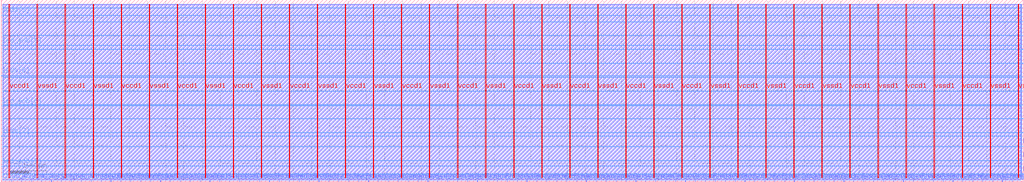
<source format=lef>
VERSION 5.7 ;
  NOWIREEXTENSIONATPIN ON ;
  DIVIDERCHAR "/" ;
  BUSBITCHARS "[]" ;
MACRO wb_buttons_leds
  CLASS BLOCK ;
  FOREIGN wb_buttons_leds ;
  ORIGIN 0.000 0.000 ;
  SIZE 2800.000 BY 500.000 ;
  PIN buttons[0]
    DIRECTION INPUT ;
    USE SIGNAL ;
    ANTENNAGATEAREA 0.990000 ;
    PORT
      LAYER met3 ;
        RECT 2796.000 20.440 2800.000 21.040 ;
    END
  END buttons[0]
  PIN buttons[1]
    DIRECTION INPUT ;
    USE SIGNAL ;
    ANTENNAGATEAREA 0.990000 ;
    PORT
      LAYER met3 ;
        RECT 2796.000 58.520 2800.000 59.120 ;
    END
  END buttons[1]
  PIN buttons[2]
    DIRECTION INPUT ;
    USE SIGNAL ;
    ANTENNAGATEAREA 0.990000 ;
    PORT
      LAYER met3 ;
        RECT 2796.000 96.600 2800.000 97.200 ;
    END
  END buttons[2]
  PIN led_enb[0]
    DIRECTION OUTPUT TRISTATE ;
    USE SIGNAL ;
    PORT
      LAYER met3 ;
        RECT 2796.000 172.760 2800.000 173.360 ;
    END
  END led_enb[0]
  PIN led_enb[1]
    DIRECTION OUTPUT TRISTATE ;
    USE SIGNAL ;
    PORT
      LAYER met3 ;
        RECT 2796.000 248.920 2800.000 249.520 ;
    END
  END led_enb[1]
  PIN led_enb[2]
    DIRECTION OUTPUT TRISTATE ;
    USE SIGNAL ;
    PORT
      LAYER met3 ;
        RECT 2796.000 325.080 2800.000 325.680 ;
    END
  END led_enb[2]
  PIN led_enb[3]
    DIRECTION OUTPUT TRISTATE ;
    USE SIGNAL ;
    PORT
      LAYER met3 ;
        RECT 2796.000 401.240 2800.000 401.840 ;
    END
  END led_enb[3]
  PIN led_enb[4]
    DIRECTION OUTPUT TRISTATE ;
    USE SIGNAL ;
    PORT
      LAYER met3 ;
        RECT 2796.000 477.400 2800.000 478.000 ;
    END
  END led_enb[4]
  PIN led_enb[5]
    DIRECTION OUTPUT TRISTATE ;
    USE SIGNAL ;
    PORT
      LAYER met3 ;
        RECT 0.000 374.040 4.000 374.640 ;
    END
  END led_enb[5]
  PIN led_enb[6]
    DIRECTION OUTPUT TRISTATE ;
    USE SIGNAL ;
    PORT
      LAYER met3 ;
        RECT 0.000 208.120 4.000 208.720 ;
    END
  END led_enb[6]
  PIN led_enb[7]
    DIRECTION OUTPUT TRISTATE ;
    USE SIGNAL ;
    PORT
      LAYER met3 ;
        RECT 0.000 42.200 4.000 42.800 ;
    END
  END led_enb[7]
  PIN leds[0]
    DIRECTION OUTPUT TRISTATE ;
    USE SIGNAL ;
    ANTENNADIFFAREA 2.673000 ;
    PORT
      LAYER met3 ;
        RECT 2796.000 134.680 2800.000 135.280 ;
    END
  END leds[0]
  PIN leds[1]
    DIRECTION OUTPUT TRISTATE ;
    USE SIGNAL ;
    ANTENNADIFFAREA 2.673000 ;
    PORT
      LAYER met3 ;
        RECT 2796.000 210.840 2800.000 211.440 ;
    END
  END leds[1]
  PIN leds[2]
    DIRECTION OUTPUT TRISTATE ;
    USE SIGNAL ;
    ANTENNADIFFAREA 2.673000 ;
    PORT
      LAYER met3 ;
        RECT 2796.000 287.000 2800.000 287.600 ;
    END
  END leds[2]
  PIN leds[3]
    DIRECTION OUTPUT TRISTATE ;
    USE SIGNAL ;
    ANTENNADIFFAREA 2.673000 ;
    PORT
      LAYER met3 ;
        RECT 2796.000 363.160 2800.000 363.760 ;
    END
  END leds[3]
  PIN leds[4]
    DIRECTION OUTPUT TRISTATE ;
    USE SIGNAL ;
    ANTENNADIFFAREA 2.673000 ;
    PORT
      LAYER met3 ;
        RECT 2796.000 439.320 2800.000 439.920 ;
    END
  END leds[4]
  PIN leds[5]
    DIRECTION OUTPUT TRISTATE ;
    USE SIGNAL ;
    ANTENNADIFFAREA 2.673000 ;
    PORT
      LAYER met3 ;
        RECT 0.000 457.000 4.000 457.600 ;
    END
  END leds[5]
  PIN leds[6]
    DIRECTION OUTPUT TRISTATE ;
    USE SIGNAL ;
    ANTENNADIFFAREA 2.673000 ;
    PORT
      LAYER met3 ;
        RECT 0.000 291.080 4.000 291.680 ;
    END
  END leds[6]
  PIN leds[7]
    DIRECTION OUTPUT TRISTATE ;
    USE SIGNAL ;
    ANTENNADIFFAREA 2.673000 ;
    PORT
      LAYER met3 ;
        RECT 0.000 125.160 4.000 125.760 ;
    END
  END leds[7]
  PIN vccd1
    DIRECTION INOUT ;
    USE POWER ;
    PORT
      LAYER met4 ;
        RECT 21.040 10.640 22.640 487.120 ;
    END
    PORT
      LAYER met4 ;
        RECT 174.640 10.640 176.240 487.120 ;
    END
    PORT
      LAYER met4 ;
        RECT 328.240 10.640 329.840 487.120 ;
    END
    PORT
      LAYER met4 ;
        RECT 481.840 10.640 483.440 487.120 ;
    END
    PORT
      LAYER met4 ;
        RECT 635.440 10.640 637.040 487.120 ;
    END
    PORT
      LAYER met4 ;
        RECT 789.040 10.640 790.640 487.120 ;
    END
    PORT
      LAYER met4 ;
        RECT 942.640 10.640 944.240 487.120 ;
    END
    PORT
      LAYER met4 ;
        RECT 1096.240 10.640 1097.840 487.120 ;
    END
    PORT
      LAYER met4 ;
        RECT 1249.840 10.640 1251.440 487.120 ;
    END
    PORT
      LAYER met4 ;
        RECT 1403.440 10.640 1405.040 487.120 ;
    END
    PORT
      LAYER met4 ;
        RECT 1557.040 10.640 1558.640 487.120 ;
    END
    PORT
      LAYER met4 ;
        RECT 1710.640 10.640 1712.240 487.120 ;
    END
    PORT
      LAYER met4 ;
        RECT 1864.240 10.640 1865.840 487.120 ;
    END
    PORT
      LAYER met4 ;
        RECT 2017.840 10.640 2019.440 487.120 ;
    END
    PORT
      LAYER met4 ;
        RECT 2171.440 10.640 2173.040 487.120 ;
    END
    PORT
      LAYER met4 ;
        RECT 2325.040 10.640 2326.640 487.120 ;
    END
    PORT
      LAYER met4 ;
        RECT 2478.640 10.640 2480.240 487.120 ;
    END
    PORT
      LAYER met4 ;
        RECT 2632.240 10.640 2633.840 487.120 ;
    END
    PORT
      LAYER met4 ;
        RECT 2785.840 10.640 2787.440 487.120 ;
    END
  END vccd1
  PIN vssd1
    DIRECTION INOUT ;
    USE GROUND ;
    PORT
      LAYER met4 ;
        RECT 97.840 10.640 99.440 487.120 ;
    END
    PORT
      LAYER met4 ;
        RECT 251.440 10.640 253.040 487.120 ;
    END
    PORT
      LAYER met4 ;
        RECT 405.040 10.640 406.640 487.120 ;
    END
    PORT
      LAYER met4 ;
        RECT 558.640 10.640 560.240 487.120 ;
    END
    PORT
      LAYER met4 ;
        RECT 712.240 10.640 713.840 487.120 ;
    END
    PORT
      LAYER met4 ;
        RECT 865.840 10.640 867.440 487.120 ;
    END
    PORT
      LAYER met4 ;
        RECT 1019.440 10.640 1021.040 487.120 ;
    END
    PORT
      LAYER met4 ;
        RECT 1173.040 10.640 1174.640 487.120 ;
    END
    PORT
      LAYER met4 ;
        RECT 1326.640 10.640 1328.240 487.120 ;
    END
    PORT
      LAYER met4 ;
        RECT 1480.240 10.640 1481.840 487.120 ;
    END
    PORT
      LAYER met4 ;
        RECT 1633.840 10.640 1635.440 487.120 ;
    END
    PORT
      LAYER met4 ;
        RECT 1787.440 10.640 1789.040 487.120 ;
    END
    PORT
      LAYER met4 ;
        RECT 1941.040 10.640 1942.640 487.120 ;
    END
    PORT
      LAYER met4 ;
        RECT 2094.640 10.640 2096.240 487.120 ;
    END
    PORT
      LAYER met4 ;
        RECT 2248.240 10.640 2249.840 487.120 ;
    END
    PORT
      LAYER met4 ;
        RECT 2401.840 10.640 2403.440 487.120 ;
    END
    PORT
      LAYER met4 ;
        RECT 2555.440 10.640 2557.040 487.120 ;
    END
    PORT
      LAYER met4 ;
        RECT 2709.040 10.640 2710.640 487.120 ;
    END
  END vssd1
  PIN wb_clk_i
    DIRECTION INPUT ;
    USE SIGNAL ;
    ANTENNAGATEAREA 0.852000 ;
    ANTENNADIFFAREA 0.434700 ;
    PORT
      LAYER met2 ;
        RECT 29.070 0.000 29.350 4.000 ;
    END
  END wb_clk_i
  PIN wb_rst_i
    DIRECTION INPUT ;
    USE SIGNAL ;
    ANTENNAGATEAREA 0.213000 ;
    PORT
      LAYER met2 ;
        RECT 56.210 0.000 56.490 4.000 ;
    END
  END wb_rst_i
  PIN wbs_ack_o
    DIRECTION OUTPUT TRISTATE ;
    USE SIGNAL ;
    ANTENNADIFFAREA 2.673000 ;
    PORT
      LAYER met2 ;
        RECT 83.350 0.000 83.630 4.000 ;
    END
  END wbs_ack_o
  PIN wbs_adr_i[0]
    DIRECTION INPUT ;
    USE SIGNAL ;
    ANTENNAGATEAREA 0.213000 ;
    PORT
      LAYER met2 ;
        RECT 191.910 0.000 192.190 4.000 ;
    END
  END wbs_adr_i[0]
  PIN wbs_adr_i[10]
    DIRECTION INPUT ;
    USE SIGNAL ;
    ANTENNAGATEAREA 0.196500 ;
    PORT
      LAYER met2 ;
        RECT 1006.110 0.000 1006.390 4.000 ;
    END
  END wbs_adr_i[10]
  PIN wbs_adr_i[11]
    DIRECTION INPUT ;
    USE SIGNAL ;
    ANTENNAGATEAREA 0.126000 ;
    PORT
      LAYER met2 ;
        RECT 1087.530 0.000 1087.810 4.000 ;
    END
  END wbs_adr_i[11]
  PIN wbs_adr_i[12]
    DIRECTION INPUT ;
    USE SIGNAL ;
    ANTENNAGATEAREA 0.196500 ;
    PORT
      LAYER met2 ;
        RECT 1168.950 0.000 1169.230 4.000 ;
    END
  END wbs_adr_i[12]
  PIN wbs_adr_i[13]
    DIRECTION INPUT ;
    USE SIGNAL ;
    ANTENNAGATEAREA 0.196500 ;
    PORT
      LAYER met2 ;
        RECT 1250.370 0.000 1250.650 4.000 ;
    END
  END wbs_adr_i[13]
  PIN wbs_adr_i[14]
    DIRECTION INPUT ;
    USE SIGNAL ;
    ANTENNAGATEAREA 0.196500 ;
    PORT
      LAYER met2 ;
        RECT 1331.790 0.000 1332.070 4.000 ;
    END
  END wbs_adr_i[14]
  PIN wbs_adr_i[15]
    DIRECTION INPUT ;
    USE SIGNAL ;
    ANTENNAGATEAREA 0.126000 ;
    PORT
      LAYER met2 ;
        RECT 1413.210 0.000 1413.490 4.000 ;
    END
  END wbs_adr_i[15]
  PIN wbs_adr_i[16]
    DIRECTION INPUT ;
    USE SIGNAL ;
    ANTENNAGATEAREA 0.126000 ;
    PORT
      LAYER met2 ;
        RECT 1494.630 0.000 1494.910 4.000 ;
    END
  END wbs_adr_i[16]
  PIN wbs_adr_i[17]
    DIRECTION INPUT ;
    USE SIGNAL ;
    ANTENNAGATEAREA 0.196500 ;
    PORT
      LAYER met2 ;
        RECT 1576.050 0.000 1576.330 4.000 ;
    END
  END wbs_adr_i[17]
  PIN wbs_adr_i[18]
    DIRECTION INPUT ;
    USE SIGNAL ;
    ANTENNAGATEAREA 0.126000 ;
    PORT
      LAYER met2 ;
        RECT 1657.470 0.000 1657.750 4.000 ;
    END
  END wbs_adr_i[18]
  PIN wbs_adr_i[19]
    DIRECTION INPUT ;
    USE SIGNAL ;
    ANTENNAGATEAREA 0.196500 ;
    PORT
      LAYER met2 ;
        RECT 1738.890 0.000 1739.170 4.000 ;
    END
  END wbs_adr_i[19]
  PIN wbs_adr_i[1]
    DIRECTION INPUT ;
    USE SIGNAL ;
    ANTENNAGATEAREA 0.126000 ;
    PORT
      LAYER met2 ;
        RECT 273.330 0.000 273.610 4.000 ;
    END
  END wbs_adr_i[1]
  PIN wbs_adr_i[20]
    DIRECTION INPUT ;
    USE SIGNAL ;
    ANTENNAGATEAREA 0.196500 ;
    PORT
      LAYER met2 ;
        RECT 1820.310 0.000 1820.590 4.000 ;
    END
  END wbs_adr_i[20]
  PIN wbs_adr_i[21]
    DIRECTION INPUT ;
    USE SIGNAL ;
    ANTENNAGATEAREA 0.126000 ;
    PORT
      LAYER met2 ;
        RECT 1901.730 0.000 1902.010 4.000 ;
    END
  END wbs_adr_i[21]
  PIN wbs_adr_i[22]
    DIRECTION INPUT ;
    USE SIGNAL ;
    ANTENNAGATEAREA 0.196500 ;
    PORT
      LAYER met2 ;
        RECT 1983.150 0.000 1983.430 4.000 ;
    END
  END wbs_adr_i[22]
  PIN wbs_adr_i[23]
    DIRECTION INPUT ;
    USE SIGNAL ;
    ANTENNAGATEAREA 0.126000 ;
    PORT
      LAYER met2 ;
        RECT 2064.570 0.000 2064.850 4.000 ;
    END
  END wbs_adr_i[23]
  PIN wbs_adr_i[24]
    DIRECTION INPUT ;
    USE SIGNAL ;
    ANTENNAGATEAREA 0.196500 ;
    PORT
      LAYER met2 ;
        RECT 2145.990 0.000 2146.270 4.000 ;
    END
  END wbs_adr_i[24]
  PIN wbs_adr_i[25]
    DIRECTION INPUT ;
    USE SIGNAL ;
    ANTENNAGATEAREA 0.196500 ;
    PORT
      LAYER met2 ;
        RECT 2227.410 0.000 2227.690 4.000 ;
    END
  END wbs_adr_i[25]
  PIN wbs_adr_i[26]
    DIRECTION INPUT ;
    USE SIGNAL ;
    ANTENNAGATEAREA 0.196500 ;
    PORT
      LAYER met2 ;
        RECT 2308.830 0.000 2309.110 4.000 ;
    END
  END wbs_adr_i[26]
  PIN wbs_adr_i[27]
    DIRECTION INPUT ;
    USE SIGNAL ;
    ANTENNAGATEAREA 0.126000 ;
    PORT
      LAYER met2 ;
        RECT 2390.250 0.000 2390.530 4.000 ;
    END
  END wbs_adr_i[27]
  PIN wbs_adr_i[28]
    DIRECTION INPUT ;
    USE SIGNAL ;
    ANTENNAGATEAREA 0.196500 ;
    PORT
      LAYER met2 ;
        RECT 2471.670 0.000 2471.950 4.000 ;
    END
  END wbs_adr_i[28]
  PIN wbs_adr_i[29]
    DIRECTION INPUT ;
    USE SIGNAL ;
    ANTENNAGATEAREA 0.196500 ;
    PORT
      LAYER met2 ;
        RECT 2553.090 0.000 2553.370 4.000 ;
    END
  END wbs_adr_i[29]
  PIN wbs_adr_i[2]
    DIRECTION INPUT ;
    USE SIGNAL ;
    ANTENNAGATEAREA 0.126000 ;
    PORT
      LAYER met2 ;
        RECT 354.750 0.000 355.030 4.000 ;
    END
  END wbs_adr_i[2]
  PIN wbs_adr_i[30]
    DIRECTION INPUT ;
    USE SIGNAL ;
    ANTENNAGATEAREA 0.196500 ;
    PORT
      LAYER met2 ;
        RECT 2634.510 0.000 2634.790 4.000 ;
    END
  END wbs_adr_i[30]
  PIN wbs_adr_i[31]
    DIRECTION INPUT ;
    USE SIGNAL ;
    ANTENNAGATEAREA 0.126000 ;
    PORT
      LAYER met2 ;
        RECT 2715.930 0.000 2716.210 4.000 ;
    END
  END wbs_adr_i[31]
  PIN wbs_adr_i[3]
    DIRECTION INPUT ;
    USE SIGNAL ;
    ANTENNAGATEAREA 0.126000 ;
    PORT
      LAYER met2 ;
        RECT 436.170 0.000 436.450 4.000 ;
    END
  END wbs_adr_i[3]
  PIN wbs_adr_i[4]
    DIRECTION INPUT ;
    USE SIGNAL ;
    ANTENNAGATEAREA 0.196500 ;
    PORT
      LAYER met2 ;
        RECT 517.590 0.000 517.870 4.000 ;
    END
  END wbs_adr_i[4]
  PIN wbs_adr_i[5]
    DIRECTION INPUT ;
    USE SIGNAL ;
    ANTENNAGATEAREA 0.126000 ;
    PORT
      LAYER met2 ;
        RECT 599.010 0.000 599.290 4.000 ;
    END
  END wbs_adr_i[5]
  PIN wbs_adr_i[6]
    DIRECTION INPUT ;
    USE SIGNAL ;
    ANTENNAGATEAREA 0.196500 ;
    PORT
      LAYER met2 ;
        RECT 680.430 0.000 680.710 4.000 ;
    END
  END wbs_adr_i[6]
  PIN wbs_adr_i[7]
    DIRECTION INPUT ;
    USE SIGNAL ;
    ANTENNAGATEAREA 0.126000 ;
    PORT
      LAYER met2 ;
        RECT 761.850 0.000 762.130 4.000 ;
    END
  END wbs_adr_i[7]
  PIN wbs_adr_i[8]
    DIRECTION INPUT ;
    USE SIGNAL ;
    ANTENNAGATEAREA 0.196500 ;
    PORT
      LAYER met2 ;
        RECT 843.270 0.000 843.550 4.000 ;
    END
  END wbs_adr_i[8]
  PIN wbs_adr_i[9]
    DIRECTION INPUT ;
    USE SIGNAL ;
    ANTENNAGATEAREA 0.126000 ;
    PORT
      LAYER met2 ;
        RECT 924.690 0.000 924.970 4.000 ;
    END
  END wbs_adr_i[9]
  PIN wbs_cyc_i
    DIRECTION INPUT ;
    USE SIGNAL ;
    ANTENNAGATEAREA 0.213000 ;
    PORT
      LAYER met2 ;
        RECT 110.490 0.000 110.770 4.000 ;
    END
  END wbs_cyc_i
  PIN wbs_dat_i[0]
    DIRECTION INPUT ;
    USE SIGNAL ;
    ANTENNAGATEAREA 0.126000 ;
    PORT
      LAYER met2 ;
        RECT 219.050 0.000 219.330 4.000 ;
    END
  END wbs_dat_i[0]
  PIN wbs_dat_i[10]
    DIRECTION INPUT ;
    USE SIGNAL ;
    PORT
      LAYER met2 ;
        RECT 1033.250 0.000 1033.530 4.000 ;
    END
  END wbs_dat_i[10]
  PIN wbs_dat_i[11]
    DIRECTION INPUT ;
    USE SIGNAL ;
    PORT
      LAYER met2 ;
        RECT 1114.670 0.000 1114.950 4.000 ;
    END
  END wbs_dat_i[11]
  PIN wbs_dat_i[12]
    DIRECTION INPUT ;
    USE SIGNAL ;
    PORT
      LAYER met2 ;
        RECT 1196.090 0.000 1196.370 4.000 ;
    END
  END wbs_dat_i[12]
  PIN wbs_dat_i[13]
    DIRECTION INPUT ;
    USE SIGNAL ;
    PORT
      LAYER met2 ;
        RECT 1277.510 0.000 1277.790 4.000 ;
    END
  END wbs_dat_i[13]
  PIN wbs_dat_i[14]
    DIRECTION INPUT ;
    USE SIGNAL ;
    PORT
      LAYER met2 ;
        RECT 1358.930 0.000 1359.210 4.000 ;
    END
  END wbs_dat_i[14]
  PIN wbs_dat_i[15]
    DIRECTION INPUT ;
    USE SIGNAL ;
    PORT
      LAYER met2 ;
        RECT 1440.350 0.000 1440.630 4.000 ;
    END
  END wbs_dat_i[15]
  PIN wbs_dat_i[16]
    DIRECTION INPUT ;
    USE SIGNAL ;
    PORT
      LAYER met2 ;
        RECT 1521.770 0.000 1522.050 4.000 ;
    END
  END wbs_dat_i[16]
  PIN wbs_dat_i[17]
    DIRECTION INPUT ;
    USE SIGNAL ;
    PORT
      LAYER met2 ;
        RECT 1603.190 0.000 1603.470 4.000 ;
    END
  END wbs_dat_i[17]
  PIN wbs_dat_i[18]
    DIRECTION INPUT ;
    USE SIGNAL ;
    PORT
      LAYER met2 ;
        RECT 1684.610 0.000 1684.890 4.000 ;
    END
  END wbs_dat_i[18]
  PIN wbs_dat_i[19]
    DIRECTION INPUT ;
    USE SIGNAL ;
    PORT
      LAYER met2 ;
        RECT 1766.030 0.000 1766.310 4.000 ;
    END
  END wbs_dat_i[19]
  PIN wbs_dat_i[1]
    DIRECTION INPUT ;
    USE SIGNAL ;
    ANTENNAGATEAREA 0.126000 ;
    PORT
      LAYER met2 ;
        RECT 300.470 0.000 300.750 4.000 ;
    END
  END wbs_dat_i[1]
  PIN wbs_dat_i[20]
    DIRECTION INPUT ;
    USE SIGNAL ;
    PORT
      LAYER met2 ;
        RECT 1847.450 0.000 1847.730 4.000 ;
    END
  END wbs_dat_i[20]
  PIN wbs_dat_i[21]
    DIRECTION INPUT ;
    USE SIGNAL ;
    PORT
      LAYER met2 ;
        RECT 1928.870 0.000 1929.150 4.000 ;
    END
  END wbs_dat_i[21]
  PIN wbs_dat_i[22]
    DIRECTION INPUT ;
    USE SIGNAL ;
    PORT
      LAYER met2 ;
        RECT 2010.290 0.000 2010.570 4.000 ;
    END
  END wbs_dat_i[22]
  PIN wbs_dat_i[23]
    DIRECTION INPUT ;
    USE SIGNAL ;
    PORT
      LAYER met2 ;
        RECT 2091.710 0.000 2091.990 4.000 ;
    END
  END wbs_dat_i[23]
  PIN wbs_dat_i[24]
    DIRECTION INPUT ;
    USE SIGNAL ;
    PORT
      LAYER met2 ;
        RECT 2173.130 0.000 2173.410 4.000 ;
    END
  END wbs_dat_i[24]
  PIN wbs_dat_i[25]
    DIRECTION INPUT ;
    USE SIGNAL ;
    PORT
      LAYER met2 ;
        RECT 2254.550 0.000 2254.830 4.000 ;
    END
  END wbs_dat_i[25]
  PIN wbs_dat_i[26]
    DIRECTION INPUT ;
    USE SIGNAL ;
    PORT
      LAYER met2 ;
        RECT 2335.970 0.000 2336.250 4.000 ;
    END
  END wbs_dat_i[26]
  PIN wbs_dat_i[27]
    DIRECTION INPUT ;
    USE SIGNAL ;
    PORT
      LAYER met2 ;
        RECT 2417.390 0.000 2417.670 4.000 ;
    END
  END wbs_dat_i[27]
  PIN wbs_dat_i[28]
    DIRECTION INPUT ;
    USE SIGNAL ;
    PORT
      LAYER met2 ;
        RECT 2498.810 0.000 2499.090 4.000 ;
    END
  END wbs_dat_i[28]
  PIN wbs_dat_i[29]
    DIRECTION INPUT ;
    USE SIGNAL ;
    PORT
      LAYER met2 ;
        RECT 2580.230 0.000 2580.510 4.000 ;
    END
  END wbs_dat_i[29]
  PIN wbs_dat_i[2]
    DIRECTION INPUT ;
    USE SIGNAL ;
    ANTENNAGATEAREA 0.126000 ;
    PORT
      LAYER met2 ;
        RECT 381.890 0.000 382.170 4.000 ;
    END
  END wbs_dat_i[2]
  PIN wbs_dat_i[30]
    DIRECTION INPUT ;
    USE SIGNAL ;
    PORT
      LAYER met2 ;
        RECT 2661.650 0.000 2661.930 4.000 ;
    END
  END wbs_dat_i[30]
  PIN wbs_dat_i[31]
    DIRECTION INPUT ;
    USE SIGNAL ;
    PORT
      LAYER met2 ;
        RECT 2743.070 0.000 2743.350 4.000 ;
    END
  END wbs_dat_i[31]
  PIN wbs_dat_i[3]
    DIRECTION INPUT ;
    USE SIGNAL ;
    ANTENNAGATEAREA 0.126000 ;
    PORT
      LAYER met2 ;
        RECT 463.310 0.000 463.590 4.000 ;
    END
  END wbs_dat_i[3]
  PIN wbs_dat_i[4]
    DIRECTION INPUT ;
    USE SIGNAL ;
    ANTENNAGATEAREA 0.126000 ;
    PORT
      LAYER met2 ;
        RECT 544.730 0.000 545.010 4.000 ;
    END
  END wbs_dat_i[4]
  PIN wbs_dat_i[5]
    DIRECTION INPUT ;
    USE SIGNAL ;
    ANTENNAGATEAREA 0.126000 ;
    PORT
      LAYER met2 ;
        RECT 626.150 0.000 626.430 4.000 ;
    END
  END wbs_dat_i[5]
  PIN wbs_dat_i[6]
    DIRECTION INPUT ;
    USE SIGNAL ;
    ANTENNAGATEAREA 0.126000 ;
    PORT
      LAYER met2 ;
        RECT 707.570 0.000 707.850 4.000 ;
    END
  END wbs_dat_i[6]
  PIN wbs_dat_i[7]
    DIRECTION INPUT ;
    USE SIGNAL ;
    ANTENNAGATEAREA 0.126000 ;
    PORT
      LAYER met2 ;
        RECT 788.990 0.000 789.270 4.000 ;
    END
  END wbs_dat_i[7]
  PIN wbs_dat_i[8]
    DIRECTION INPUT ;
    USE SIGNAL ;
    PORT
      LAYER met2 ;
        RECT 870.410 0.000 870.690 4.000 ;
    END
  END wbs_dat_i[8]
  PIN wbs_dat_i[9]
    DIRECTION INPUT ;
    USE SIGNAL ;
    PORT
      LAYER met2 ;
        RECT 951.830 0.000 952.110 4.000 ;
    END
  END wbs_dat_i[9]
  PIN wbs_dat_o[0]
    DIRECTION OUTPUT TRISTATE ;
    USE SIGNAL ;
    ANTENNADIFFAREA 2.673000 ;
    PORT
      LAYER met2 ;
        RECT 246.190 0.000 246.470 4.000 ;
    END
  END wbs_dat_o[0]
  PIN wbs_dat_o[10]
    DIRECTION OUTPUT TRISTATE ;
    USE SIGNAL ;
    PORT
      LAYER met2 ;
        RECT 1060.390 0.000 1060.670 4.000 ;
    END
  END wbs_dat_o[10]
  PIN wbs_dat_o[11]
    DIRECTION OUTPUT TRISTATE ;
    USE SIGNAL ;
    PORT
      LAYER met2 ;
        RECT 1141.810 0.000 1142.090 4.000 ;
    END
  END wbs_dat_o[11]
  PIN wbs_dat_o[12]
    DIRECTION OUTPUT TRISTATE ;
    USE SIGNAL ;
    PORT
      LAYER met2 ;
        RECT 1223.230 0.000 1223.510 4.000 ;
    END
  END wbs_dat_o[12]
  PIN wbs_dat_o[13]
    DIRECTION OUTPUT TRISTATE ;
    USE SIGNAL ;
    PORT
      LAYER met2 ;
        RECT 1304.650 0.000 1304.930 4.000 ;
    END
  END wbs_dat_o[13]
  PIN wbs_dat_o[14]
    DIRECTION OUTPUT TRISTATE ;
    USE SIGNAL ;
    PORT
      LAYER met2 ;
        RECT 1386.070 0.000 1386.350 4.000 ;
    END
  END wbs_dat_o[14]
  PIN wbs_dat_o[15]
    DIRECTION OUTPUT TRISTATE ;
    USE SIGNAL ;
    PORT
      LAYER met2 ;
        RECT 1467.490 0.000 1467.770 4.000 ;
    END
  END wbs_dat_o[15]
  PIN wbs_dat_o[16]
    DIRECTION OUTPUT TRISTATE ;
    USE SIGNAL ;
    PORT
      LAYER met2 ;
        RECT 1548.910 0.000 1549.190 4.000 ;
    END
  END wbs_dat_o[16]
  PIN wbs_dat_o[17]
    DIRECTION OUTPUT TRISTATE ;
    USE SIGNAL ;
    PORT
      LAYER met2 ;
        RECT 1630.330 0.000 1630.610 4.000 ;
    END
  END wbs_dat_o[17]
  PIN wbs_dat_o[18]
    DIRECTION OUTPUT TRISTATE ;
    USE SIGNAL ;
    PORT
      LAYER met2 ;
        RECT 1711.750 0.000 1712.030 4.000 ;
    END
  END wbs_dat_o[18]
  PIN wbs_dat_o[19]
    DIRECTION OUTPUT TRISTATE ;
    USE SIGNAL ;
    PORT
      LAYER met2 ;
        RECT 1793.170 0.000 1793.450 4.000 ;
    END
  END wbs_dat_o[19]
  PIN wbs_dat_o[1]
    DIRECTION OUTPUT TRISTATE ;
    USE SIGNAL ;
    ANTENNADIFFAREA 2.673000 ;
    PORT
      LAYER met2 ;
        RECT 327.610 0.000 327.890 4.000 ;
    END
  END wbs_dat_o[1]
  PIN wbs_dat_o[20]
    DIRECTION OUTPUT TRISTATE ;
    USE SIGNAL ;
    PORT
      LAYER met2 ;
        RECT 1874.590 0.000 1874.870 4.000 ;
    END
  END wbs_dat_o[20]
  PIN wbs_dat_o[21]
    DIRECTION OUTPUT TRISTATE ;
    USE SIGNAL ;
    PORT
      LAYER met2 ;
        RECT 1956.010 0.000 1956.290 4.000 ;
    END
  END wbs_dat_o[21]
  PIN wbs_dat_o[22]
    DIRECTION OUTPUT TRISTATE ;
    USE SIGNAL ;
    PORT
      LAYER met2 ;
        RECT 2037.430 0.000 2037.710 4.000 ;
    END
  END wbs_dat_o[22]
  PIN wbs_dat_o[23]
    DIRECTION OUTPUT TRISTATE ;
    USE SIGNAL ;
    PORT
      LAYER met2 ;
        RECT 2118.850 0.000 2119.130 4.000 ;
    END
  END wbs_dat_o[23]
  PIN wbs_dat_o[24]
    DIRECTION OUTPUT TRISTATE ;
    USE SIGNAL ;
    PORT
      LAYER met2 ;
        RECT 2200.270 0.000 2200.550 4.000 ;
    END
  END wbs_dat_o[24]
  PIN wbs_dat_o[25]
    DIRECTION OUTPUT TRISTATE ;
    USE SIGNAL ;
    PORT
      LAYER met2 ;
        RECT 2281.690 0.000 2281.970 4.000 ;
    END
  END wbs_dat_o[25]
  PIN wbs_dat_o[26]
    DIRECTION OUTPUT TRISTATE ;
    USE SIGNAL ;
    PORT
      LAYER met2 ;
        RECT 2363.110 0.000 2363.390 4.000 ;
    END
  END wbs_dat_o[26]
  PIN wbs_dat_o[27]
    DIRECTION OUTPUT TRISTATE ;
    USE SIGNAL ;
    PORT
      LAYER met2 ;
        RECT 2444.530 0.000 2444.810 4.000 ;
    END
  END wbs_dat_o[27]
  PIN wbs_dat_o[28]
    DIRECTION OUTPUT TRISTATE ;
    USE SIGNAL ;
    PORT
      LAYER met2 ;
        RECT 2525.950 0.000 2526.230 4.000 ;
    END
  END wbs_dat_o[28]
  PIN wbs_dat_o[29]
    DIRECTION OUTPUT TRISTATE ;
    USE SIGNAL ;
    PORT
      LAYER met2 ;
        RECT 2607.370 0.000 2607.650 4.000 ;
    END
  END wbs_dat_o[29]
  PIN wbs_dat_o[2]
    DIRECTION OUTPUT TRISTATE ;
    USE SIGNAL ;
    ANTENNADIFFAREA 2.673000 ;
    PORT
      LAYER met2 ;
        RECT 409.030 0.000 409.310 4.000 ;
    END
  END wbs_dat_o[2]
  PIN wbs_dat_o[30]
    DIRECTION OUTPUT TRISTATE ;
    USE SIGNAL ;
    PORT
      LAYER met2 ;
        RECT 2688.790 0.000 2689.070 4.000 ;
    END
  END wbs_dat_o[30]
  PIN wbs_dat_o[31]
    DIRECTION OUTPUT TRISTATE ;
    USE SIGNAL ;
    PORT
      LAYER met2 ;
        RECT 2770.210 0.000 2770.490 4.000 ;
    END
  END wbs_dat_o[31]
  PIN wbs_dat_o[3]
    DIRECTION OUTPUT TRISTATE ;
    USE SIGNAL ;
    ANTENNADIFFAREA 2.673000 ;
    PORT
      LAYER met2 ;
        RECT 490.450 0.000 490.730 4.000 ;
    END
  END wbs_dat_o[3]
  PIN wbs_dat_o[4]
    DIRECTION OUTPUT TRISTATE ;
    USE SIGNAL ;
    ANTENNADIFFAREA 2.673000 ;
    PORT
      LAYER met2 ;
        RECT 571.870 0.000 572.150 4.000 ;
    END
  END wbs_dat_o[4]
  PIN wbs_dat_o[5]
    DIRECTION OUTPUT TRISTATE ;
    USE SIGNAL ;
    ANTENNADIFFAREA 2.673000 ;
    PORT
      LAYER met2 ;
        RECT 653.290 0.000 653.570 4.000 ;
    END
  END wbs_dat_o[5]
  PIN wbs_dat_o[6]
    DIRECTION OUTPUT TRISTATE ;
    USE SIGNAL ;
    ANTENNADIFFAREA 2.673000 ;
    PORT
      LAYER met2 ;
        RECT 734.710 0.000 734.990 4.000 ;
    END
  END wbs_dat_o[6]
  PIN wbs_dat_o[7]
    DIRECTION OUTPUT TRISTATE ;
    USE SIGNAL ;
    ANTENNADIFFAREA 2.673000 ;
    PORT
      LAYER met2 ;
        RECT 816.130 0.000 816.410 4.000 ;
    END
  END wbs_dat_o[7]
  PIN wbs_dat_o[8]
    DIRECTION OUTPUT TRISTATE ;
    USE SIGNAL ;
    PORT
      LAYER met2 ;
        RECT 897.550 0.000 897.830 4.000 ;
    END
  END wbs_dat_o[8]
  PIN wbs_dat_o[9]
    DIRECTION OUTPUT TRISTATE ;
    USE SIGNAL ;
    PORT
      LAYER met2 ;
        RECT 978.970 0.000 979.250 4.000 ;
    END
  END wbs_dat_o[9]
  PIN wbs_stb_i
    DIRECTION INPUT ;
    USE SIGNAL ;
    ANTENNAGATEAREA 0.213000 ;
    PORT
      LAYER met2 ;
        RECT 137.630 0.000 137.910 4.000 ;
    END
  END wbs_stb_i
  PIN wbs_we_i
    DIRECTION INPUT ;
    USE SIGNAL ;
    ANTENNAGATEAREA 0.213000 ;
    PORT
      LAYER met2 ;
        RECT 164.770 0.000 165.050 4.000 ;
    END
  END wbs_we_i
  OBS
      LAYER li1 ;
        RECT 5.520 10.795 2794.040 486.965 ;
      LAYER met1 ;
        RECT 4.670 6.840 2794.040 487.120 ;
      LAYER met2 ;
        RECT 4.690 4.280 2792.570 487.065 ;
        RECT 4.690 3.670 28.790 4.280 ;
        RECT 29.630 3.670 55.930 4.280 ;
        RECT 56.770 3.670 83.070 4.280 ;
        RECT 83.910 3.670 110.210 4.280 ;
        RECT 111.050 3.670 137.350 4.280 ;
        RECT 138.190 3.670 164.490 4.280 ;
        RECT 165.330 3.670 191.630 4.280 ;
        RECT 192.470 3.670 218.770 4.280 ;
        RECT 219.610 3.670 245.910 4.280 ;
        RECT 246.750 3.670 273.050 4.280 ;
        RECT 273.890 3.670 300.190 4.280 ;
        RECT 301.030 3.670 327.330 4.280 ;
        RECT 328.170 3.670 354.470 4.280 ;
        RECT 355.310 3.670 381.610 4.280 ;
        RECT 382.450 3.670 408.750 4.280 ;
        RECT 409.590 3.670 435.890 4.280 ;
        RECT 436.730 3.670 463.030 4.280 ;
        RECT 463.870 3.670 490.170 4.280 ;
        RECT 491.010 3.670 517.310 4.280 ;
        RECT 518.150 3.670 544.450 4.280 ;
        RECT 545.290 3.670 571.590 4.280 ;
        RECT 572.430 3.670 598.730 4.280 ;
        RECT 599.570 3.670 625.870 4.280 ;
        RECT 626.710 3.670 653.010 4.280 ;
        RECT 653.850 3.670 680.150 4.280 ;
        RECT 680.990 3.670 707.290 4.280 ;
        RECT 708.130 3.670 734.430 4.280 ;
        RECT 735.270 3.670 761.570 4.280 ;
        RECT 762.410 3.670 788.710 4.280 ;
        RECT 789.550 3.670 815.850 4.280 ;
        RECT 816.690 3.670 842.990 4.280 ;
        RECT 843.830 3.670 870.130 4.280 ;
        RECT 870.970 3.670 897.270 4.280 ;
        RECT 898.110 3.670 924.410 4.280 ;
        RECT 925.250 3.670 951.550 4.280 ;
        RECT 952.390 3.670 978.690 4.280 ;
        RECT 979.530 3.670 1005.830 4.280 ;
        RECT 1006.670 3.670 1032.970 4.280 ;
        RECT 1033.810 3.670 1060.110 4.280 ;
        RECT 1060.950 3.670 1087.250 4.280 ;
        RECT 1088.090 3.670 1114.390 4.280 ;
        RECT 1115.230 3.670 1141.530 4.280 ;
        RECT 1142.370 3.670 1168.670 4.280 ;
        RECT 1169.510 3.670 1195.810 4.280 ;
        RECT 1196.650 3.670 1222.950 4.280 ;
        RECT 1223.790 3.670 1250.090 4.280 ;
        RECT 1250.930 3.670 1277.230 4.280 ;
        RECT 1278.070 3.670 1304.370 4.280 ;
        RECT 1305.210 3.670 1331.510 4.280 ;
        RECT 1332.350 3.670 1358.650 4.280 ;
        RECT 1359.490 3.670 1385.790 4.280 ;
        RECT 1386.630 3.670 1412.930 4.280 ;
        RECT 1413.770 3.670 1440.070 4.280 ;
        RECT 1440.910 3.670 1467.210 4.280 ;
        RECT 1468.050 3.670 1494.350 4.280 ;
        RECT 1495.190 3.670 1521.490 4.280 ;
        RECT 1522.330 3.670 1548.630 4.280 ;
        RECT 1549.470 3.670 1575.770 4.280 ;
        RECT 1576.610 3.670 1602.910 4.280 ;
        RECT 1603.750 3.670 1630.050 4.280 ;
        RECT 1630.890 3.670 1657.190 4.280 ;
        RECT 1658.030 3.670 1684.330 4.280 ;
        RECT 1685.170 3.670 1711.470 4.280 ;
        RECT 1712.310 3.670 1738.610 4.280 ;
        RECT 1739.450 3.670 1765.750 4.280 ;
        RECT 1766.590 3.670 1792.890 4.280 ;
        RECT 1793.730 3.670 1820.030 4.280 ;
        RECT 1820.870 3.670 1847.170 4.280 ;
        RECT 1848.010 3.670 1874.310 4.280 ;
        RECT 1875.150 3.670 1901.450 4.280 ;
        RECT 1902.290 3.670 1928.590 4.280 ;
        RECT 1929.430 3.670 1955.730 4.280 ;
        RECT 1956.570 3.670 1982.870 4.280 ;
        RECT 1983.710 3.670 2010.010 4.280 ;
        RECT 2010.850 3.670 2037.150 4.280 ;
        RECT 2037.990 3.670 2064.290 4.280 ;
        RECT 2065.130 3.670 2091.430 4.280 ;
        RECT 2092.270 3.670 2118.570 4.280 ;
        RECT 2119.410 3.670 2145.710 4.280 ;
        RECT 2146.550 3.670 2172.850 4.280 ;
        RECT 2173.690 3.670 2199.990 4.280 ;
        RECT 2200.830 3.670 2227.130 4.280 ;
        RECT 2227.970 3.670 2254.270 4.280 ;
        RECT 2255.110 3.670 2281.410 4.280 ;
        RECT 2282.250 3.670 2308.550 4.280 ;
        RECT 2309.390 3.670 2335.690 4.280 ;
        RECT 2336.530 3.670 2362.830 4.280 ;
        RECT 2363.670 3.670 2389.970 4.280 ;
        RECT 2390.810 3.670 2417.110 4.280 ;
        RECT 2417.950 3.670 2444.250 4.280 ;
        RECT 2445.090 3.670 2471.390 4.280 ;
        RECT 2472.230 3.670 2498.530 4.280 ;
        RECT 2499.370 3.670 2525.670 4.280 ;
        RECT 2526.510 3.670 2552.810 4.280 ;
        RECT 2553.650 3.670 2579.950 4.280 ;
        RECT 2580.790 3.670 2607.090 4.280 ;
        RECT 2607.930 3.670 2634.230 4.280 ;
        RECT 2635.070 3.670 2661.370 4.280 ;
        RECT 2662.210 3.670 2688.510 4.280 ;
        RECT 2689.350 3.670 2715.650 4.280 ;
        RECT 2716.490 3.670 2742.790 4.280 ;
        RECT 2743.630 3.670 2769.930 4.280 ;
        RECT 2770.770 3.670 2792.570 4.280 ;
      LAYER met3 ;
        RECT 4.000 478.400 2796.000 487.045 ;
        RECT 4.000 477.000 2795.600 478.400 ;
        RECT 4.000 458.000 2796.000 477.000 ;
        RECT 4.400 456.600 2796.000 458.000 ;
        RECT 4.000 440.320 2796.000 456.600 ;
        RECT 4.000 438.920 2795.600 440.320 ;
        RECT 4.000 402.240 2796.000 438.920 ;
        RECT 4.000 400.840 2795.600 402.240 ;
        RECT 4.000 375.040 2796.000 400.840 ;
        RECT 4.400 373.640 2796.000 375.040 ;
        RECT 4.000 364.160 2796.000 373.640 ;
        RECT 4.000 362.760 2795.600 364.160 ;
        RECT 4.000 326.080 2796.000 362.760 ;
        RECT 4.000 324.680 2795.600 326.080 ;
        RECT 4.000 292.080 2796.000 324.680 ;
        RECT 4.400 290.680 2796.000 292.080 ;
        RECT 4.000 288.000 2796.000 290.680 ;
        RECT 4.000 286.600 2795.600 288.000 ;
        RECT 4.000 249.920 2796.000 286.600 ;
        RECT 4.000 248.520 2795.600 249.920 ;
        RECT 4.000 211.840 2796.000 248.520 ;
        RECT 4.000 210.440 2795.600 211.840 ;
        RECT 4.000 209.120 2796.000 210.440 ;
        RECT 4.400 207.720 2796.000 209.120 ;
        RECT 4.000 173.760 2796.000 207.720 ;
        RECT 4.000 172.360 2795.600 173.760 ;
        RECT 4.000 135.680 2796.000 172.360 ;
        RECT 4.000 134.280 2795.600 135.680 ;
        RECT 4.000 126.160 2796.000 134.280 ;
        RECT 4.400 124.760 2796.000 126.160 ;
        RECT 4.000 97.600 2796.000 124.760 ;
        RECT 4.000 96.200 2795.600 97.600 ;
        RECT 4.000 59.520 2796.000 96.200 ;
        RECT 4.000 58.120 2795.600 59.520 ;
        RECT 4.000 43.200 2796.000 58.120 ;
        RECT 4.400 41.800 2796.000 43.200 ;
        RECT 4.000 21.440 2796.000 41.800 ;
        RECT 4.000 20.040 2795.600 21.440 ;
        RECT 4.000 10.715 2796.000 20.040 ;
  END
END wb_buttons_leds
END LIBRARY


</source>
